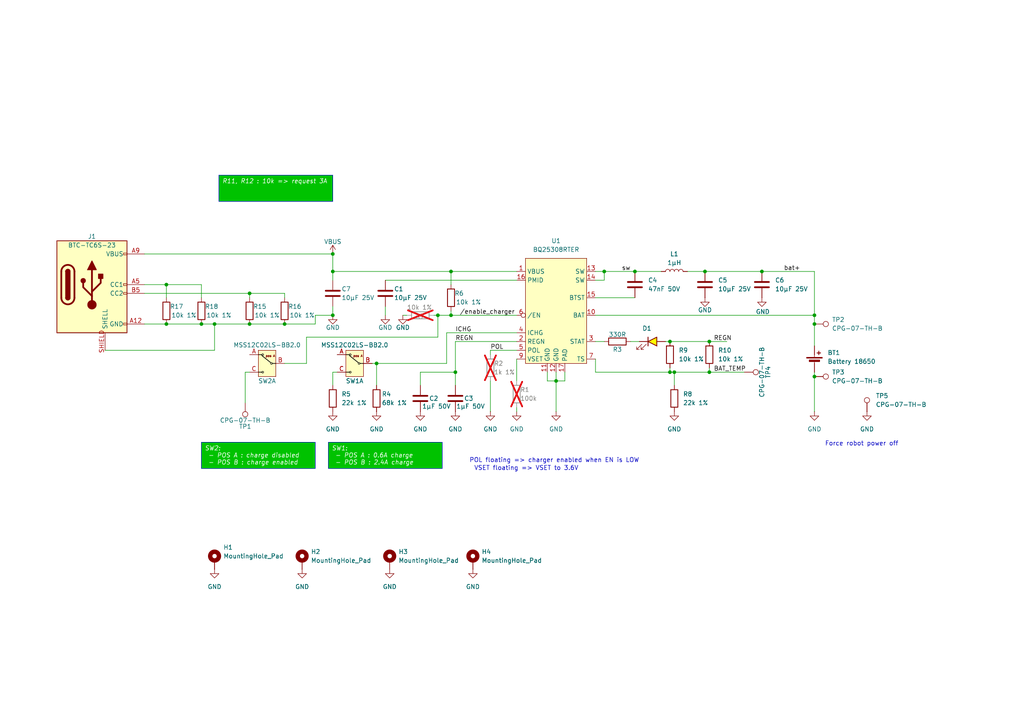
<source format=kicad_sch>
(kicad_sch (version 20231120) (generator "eeschema") (generator_version "8.0")
  (paper "A4")
  (lib_symbols
    (symbol "Mechanical:MountingHole_Pad" (pin_numbers hide) (pin_names (offset 1.016) hide) (exclude_from_sim yes) (in_bom no)
      (property "Reference" "H" (at 0 6.35 0))
      (property "Value" "MountingHole_Pad" (at 0 4.445 0))
      (symbol "MountingHole_Pad_0_1"
        (circle (center 0 1.27) (radius 1.27) (stroke (width 1.27)))
      )
      (symbol "MountingHole_Pad_1_1"
        (pin input line (at 0 -2.54 90) (length 2.54) (name "1") (number "1"))
      )
    )
    (symbol "cocotter_capacitors:C_10µF_25V_0805_X5R" (pin_numbers hide) (pin_names (offset 0.254))
      (property "Reference" "C" (at 0.635 2.54 0))
      (property "Value" "10µF 25V" (at 0.635 -2.54 0))
      (symbol "C_10µF_25V_0805_X5R_0_1"
        (polyline (pts (xy -2.032 -0.762) (xy 2.032 -0.762)) (stroke (width 0.508)))
        (polyline (pts (xy -2.032 0.762) (xy 2.032 0.762)) (stroke (width 0.508)))
      )
      (symbol "C_10µF_25V_0805_X5R_1_1"
        (pin passive line (at 0 3.81 270) (length 2.794) (name "~") (number "1"))
        (pin passive line (at 0 -3.81 90) (length 2.794) (name "~") (number "2"))
      )
    )
    (symbol "cocotter_capacitors:C_1µF_50V_0805" (pin_numbers hide) (pin_names (offset 0.254))
      (property "Reference" "C" (at 0.635 2.54 0))
      (property "Value" "1µF 50V" (at 0.635 -2.54 0))
      (symbol "C_1µF_50V_0805_0_1"
        (polyline (pts (xy -2.032 -0.762) (xy 2.032 -0.762)) (stroke (width 0.508)))
        (polyline (pts (xy -2.032 0.762) (xy 2.032 0.762)) (stroke (width 0.508)))
      )
      (symbol "C_1µF_50V_0805_1_1"
        (pin passive line (at 0 3.81 270) (length 2.794) (name "~") (number "1"))
        (pin passive line (at 0 -3.81 90) (length 2.794) (name "~") (number "2"))
      )
    )
    (symbol "cocotter_capacitors:C_47nF_50V_0603" (pin_numbers hide) (pin_names (offset 0.254))
      (property "Reference" "C" (at 0.635 2.54 0))
      (property "Value" "47nF 50V" (at 0.635 -2.54 0))
      (symbol "C_47nF_50V_0603_0_1"
        (polyline (pts (xy -2.032 -0.762) (xy 2.032 -0.762)) (stroke (width 0.508)))
        (polyline (pts (xy -2.032 0.762) (xy 2.032 0.762)) (stroke (width 0.508)))
      )
      (symbol "C_47nF_50V_0603_1_1"
        (pin passive line (at 0 3.81 270) (length 2.794) (name "~") (number "1"))
        (pin passive line (at 0 -3.81 90) (length 2.794) (name "~") (number "2"))
      )
    )
    (symbol "cocotter_connectors:BTC-TC6S-23" (pin_names (offset 1.016))
      (property "Reference" "J" (at -2.032 15.748 0))
      (property "Value" "BTC-TC6S-23" (at 11.43 13.97 0))
      (symbol "BTC-TC6S-23_0_0"
        (rectangle (start 10.16 -11.176) (end 9.144 -11.684))
        (rectangle (start 10.16 -2.286) (end 9.144 -2.794))
        (rectangle (start 10.16 0.254) (end 9.144 -0.254))
        (rectangle (start 10.16 9.144) (end 9.144 8.636))
      )
      (symbol "BTC-TC6S-23_0_1"
        (rectangle (start -10.16 12.7) (end 10.16 -13.97) (stroke (width 0.254)) (fill (type background)))
        (arc (start -8.89 -3.81) (mid -6.985 -5.7067) (end -5.08 -3.81) (stroke (width 0.508)))
        (arc (start -7.62 -3.81) (mid -6.985 -4.4423) (end -6.35 -3.81) (stroke (width 0.254)))
        (arc (start -7.62 -3.81) (mid -6.985 -4.4423) (end -6.35 -3.81) (stroke (width 0.254)) (fill (type outline)))
        (rectangle (start -7.62 -3.81) (end -6.35 3.81) (stroke (width 0.254)) (fill (type outline)))
        (arc (start -6.35 3.81) (mid -6.985 4.4423) (end -7.62 3.81) (stroke (width 0.254)))
        (arc (start -6.35 3.81) (mid -6.985 4.4423) (end -7.62 3.81) (stroke (width 0.254)) (fill (type outline)))
        (arc (start -5.08 3.81) (mid -6.985 5.7067) (end -8.89 3.81) (stroke (width 0.508)))
        (circle (center -2.54 1.143) (radius 0.635) (stroke (width 0.254)) (fill (type outline)))
        (circle (center 0 -5.842) (radius 1.27) (fill (type outline)))
        (polyline (pts (xy -8.89 -3.81) (xy -8.89 3.81)) (stroke (width 0.508)))
        (polyline (pts (xy -5.08 3.81) (xy -5.08 -3.81)) (stroke (width 0.508)))
        (polyline (pts (xy 0 -5.842) (xy 0 4.318)) (stroke (width 0.508)))
        (polyline (pts (xy 0 -3.302) (xy -2.54 -0.762) (xy -2.54 0.508)) (stroke (width 0.508)))
        (polyline (pts (xy 0 -2.032) (xy 2.54 0.508) (xy 2.54 1.778)) (stroke (width 0.508)))
        (polyline (pts (xy -1.27 4.318) (xy 0 6.858) (xy 1.27 4.318) (xy -1.27 4.318)) (stroke (width 0.254)) (fill (type outline)))
        (rectangle (start 1.905 1.778) (end 3.175 3.048) (stroke (width 0.254)) (fill (type outline)))
      )
      (symbol "BTC-TC6S-23_1_1"
        (pin passive line (at 15.24 -11.43 180) (length 5.08) (name "GND") (number "A12"))
        (pin bidirectional line (at 15.24 0 180) (length 5.08) (name "CC1") (number "A5"))
        (pin passive line (at 15.24 8.89 180) (length 5.08) (name "VBUS") (number "A9"))
        (pin passive line (at 15.24 -11.43 180) (length 5.08) hide (name "GND") (number "B12"))
        (pin bidirectional line (at 15.24 -2.54 180) (length 5.08) (name "CC2") (number "B5"))
        (pin passive line (at 15.24 8.89 180) (length 5.08) hide (name "VBUS") (number "B9"))
        (pin passive line (at 3.81 -19.05 90) (length 5.08) (name "SHELL") (number "SHIELD"))
      )
    )
    (symbol "cocotter_connectors:MSS12C02LS-BB2.0" (pin_names hide)
      (property "Reference" "SW" (at 0 4.572 0))
      (property "Value" "MSS12C02LS-BB2.0" (at 2.54 -5.08 0))
      (symbol "MSS12C02LS-BB2.0_0_1"
        (text "pos A" (at 0.9192 2.1909 0) (effects (font (size 0.635 0.635) (italic yes))))
      )
      (symbol "MSS12C02LS-BB2.0_1_1"
        (rectangle (start -2.54 3.81) (end 2.54 -3.81) (fill (type background)))
        (circle (center -1.27 -2.54) (radius 0.254) (stroke (width 0) (color 0 0 0 1)))
        (circle (center -1.27 2.54) (radius 0.254) (stroke (width 0) (color 0 0 0 1)))
        (polyline (pts (xy -2.54 -2.54) (xy -1.524 -2.54)) (stroke (width 0.2) (color 0 0 0 1)))
        (polyline (pts (xy -2.54 2.54) (xy -1.524 2.54)) (stroke (width 0.2) (color 0 0 0 1)))
        (polyline (pts (xy 1.016 0.254) (xy -1.524 2.286)) (stroke (width 0.2) (color 0 0 0 1)))
        (polyline (pts (xy 1.524 0) (xy 2.54 0)) (stroke (width 0.2) (color 0 0 0 1)))
        (circle (center 1.27 0) (radius 0.254) (stroke (width 0) (color 0 0 0 1)))
        (pin passive line (at -5.08 2.54 0) (length 2.54) (name "") (number "A"))
        (pin passive line (at 5.08 0 180) (length 2.54) (name "") (number "B"))
        (pin passive line (at -5.08 -2.54 0) (length 2.54) (name "") (number "C"))
      )
      (symbol "MSS12C02LS-BB2.0_2_1"
        (rectangle (start -2.54 3.81) (end 2.54 -3.81) (fill (type background)))
        (circle (center -1.27 -2.54) (radius 0.254) (stroke (width 0) (color 0 0 0 1)))
        (circle (center -1.27 2.54) (radius 0.254) (stroke (width 0) (color 0 0 0 1)))
        (polyline (pts (xy -2.54 -2.54) (xy -1.524 -2.54)) (stroke (width 0.2) (color 0 0 0 1)))
        (polyline (pts (xy -2.54 2.54) (xy -1.524 2.54)) (stroke (width 0.2) (color 0 0 0 1)))
        (polyline (pts (xy 1.016 0.254) (xy -1.524 2.286)) (stroke (width 0.2) (color 0 0 0 1)))
        (polyline (pts (xy 1.524 0) (xy 2.54 0)) (stroke (width 0.2) (color 0 0 0 1)))
        (circle (center 0 8.89) (radius 0.0001))
        (circle (center 1.27 0) (radius 0.254) (stroke (width 0) (color 0 0 0 1)))
        (pin passive line (at -5.08 2.54 0) (length 2.54) (name "") (number "D"))
        (pin passive line (at 5.08 0 180) (length 2.54) (name "") (number "E"))
        (pin passive line (at -5.08 -2.54 0) (length 2.54) (name "") (number "F"))
      )
    )
    (symbol "cocotter_diodes:yellow_led_0805" (pin_numbers hide) (pin_names (offset 1.016) hide)
      (property "Reference" "D" (at 0 2.54 0))
      (symbol "yellow_led_0805_0_1"
        (polyline (pts (xy -1.27 -1.27) (xy -1.27 1.27)) (stroke (width 0.254)))
        (polyline (pts (xy -3.048 -0.762) (xy -4.572 -2.286) (xy -3.81 -2.286) (xy -4.572 -2.286) (xy -4.572 -1.524)))
        (polyline (pts (xy -1.778 -0.762) (xy -3.302 -2.286) (xy -2.54 -2.286) (xy -3.302 -2.286) (xy -3.302 -1.524)))
      )
      (symbol "yellow_led_0805_1_1"
        (polyline (pts (xy 1.27 -1.27) (xy 1.27 1.27) (xy -1.27 0) (xy 1.27 -1.27)) (stroke (width 0.254)) (fill (type color) (color 255 255 0 1)))
        (pin passive line (at 3.81 0 180) (length 2.54) (name "A") (number "A"))
        (pin passive line (at -3.81 0 0) (length 2.54) (name "C") (number "C"))
      )
    )
    (symbol "cocotter_ic:BQ25308RTER"
      (property "Reference" "U" (at 3.81 17.78 0))
      (property "Value" "BQ25308RTER" (at 11.176 -15.494 0))
      (symbol "BQ25308RTER_1_0"
        (pin no_connect line (at 0 15.24 90) (length 2.54) hide (name "NC") (number "8"))
      )
      (symbol "BQ25308RTER_1_1"
        (rectangle (start -8.89 16.51) (end 8.89 -13.97) (fill (type background)))
        (pin power_in line (at -11.43 12.7 0) (length 2.54) (name "VBUS") (number "1"))
        (pin input line (at 11.43 0 180) (length 2.54) (name "BAT") (number "10"))
        (pin passive line (at -2.54 -16.51 90) (length 2.54) (name "GND") (number "11"))
        (pin passive line (at 0 -16.51 90) (length 2.54) (name "GND") (number "12"))
        (pin input line (at 11.43 12.7 180) (length 2.54) (name "SW") (number "13"))
        (pin input line (at 11.43 10.16 180) (length 2.54) (name "SW") (number "14"))
        (pin output line (at 11.43 5.08 180) (length 2.54) (name "BTST") (number "15"))
        (pin input line (at -11.43 10.16 0) (length 2.54) (name "PMID") (number "16"))
        (pin passive line (at 2.54 -16.51 90) (length 2.54) (name "PAD") (number "17"))
        (pin output line (at -11.43 -7.62 0) (length 2.54) (name "REGN") (number "2"))
        (pin open_collector line (at 11.43 -7.62 180) (length 2.54) (name "STAT") (number "3"))
        (pin input line (at -11.43 -5.08 0) (length 2.54) (name "ICHG") (number "4"))
        (pin input line (at -11.43 -10.16 0) (length 2.54) (name "POL") (number "5"))
        (pin input inverted (at -11.43 0 0) (length 2.54) (name "/EN") (number "6"))
        (pin input line (at 11.43 -12.7 180) (length 2.54) (name "TS") (number "7"))
        (pin input line (at -11.43 -12.7 0) (length 2.54) (name "VSET") (number "9"))
      )
    )
    (symbol "cocotter_inductors:SPM4020T-1R0M-LR" (pin_numbers hide) (pin_names (offset 0) hide)
      (property "Reference" "L" (at 1.524 3.556 0))
      (property "Value" "1µH" (at 4.064 -1.778 0))
      (property "Footprint" "cocotter_inductors:SPM4020T" (at 0 0 0))
      (symbol "SPM4020T-1R0M-LR_0_1"
        (arc (start 0 -2.54) (mid 0.6323 -1.905) (end 0 -1.27))
        (arc (start 0 -1.27) (mid 0.6323 -0.635) (end 0 0))
        (arc (start 0 0) (mid 0.6323 0.635) (end 0 1.27))
        (arc (start 0 1.27) (mid 0.6323 1.905) (end 0 2.54))
      )
      (symbol "SPM4020T-1R0M-LR_1_1"
        (pin passive line (at 0 3.81 270) (length 1.27) (name "1") (number "1"))
        (pin passive line (at 0 -3.81 90) (length 1.27) (name "2") (number "2"))
      )
    )
    (symbol "cocotter_others:Battery_Cell-18650" (pin_numbers hide) (pin_names (offset 0) hide) (in_bom no)
      (property "Reference" "BT" (at 2.54 2.54 0))
      (property "Value" "Battery 18650" (at 2.54 0 0))
      (symbol "Battery_Cell-18650_0_1"
        (rectangle (start -2.286 1.778) (end 2.286 1.524) (fill (type outline)))
        (rectangle (start -1.524 1.016) (end 1.524 0.508) (fill (type outline)))
        (polyline (pts (xy 0 0.762) (xy 0 0)))
        (polyline (pts (xy 0 1.778) (xy 0 2.54)))
        (polyline (pts (xy 0.762 3.048) (xy 1.778 3.048)) (stroke (width 0.254)))
        (polyline (pts (xy 1.27 3.556) (xy 1.27 2.54)) (stroke (width 0.254)))
      )
      (symbol "Battery_Cell-18650_1_1"
        (pin passive line (at 0 5.08 270) (length 2.54) (name "+") (number "1"))
        (pin passive line (at 0 -2.54 90) (length 2.54) (name "-") (number "2"))
      )
    )
    (symbol "cocotter_others:CPG-07-TH-B" (pin_numbers hide) (pin_names (offset 0.762) hide) (in_bom no)
      (property "Reference" "TP" (at 0 6.858 0))
      (property "Value" "CPG-07-TH-B" (at 0 5.08 0))
      (symbol "CPG-07-TH-B_0_1"
        (circle (center 0 3.302) (radius 0.762))
      )
      (symbol "CPG-07-TH-B_1_1"
        (pin passive line (at 0 0 90) (length 2.54) (name "1") (number "1"))
      )
    )
    (symbol "cocotter_resistors:R_100k_0603_1%" (pin_numbers hide) (pin_names (offset 0))
      (property "Reference" "R" (at 1.27 1.27 0))
      (property "Value" "100k" (at 3.81 -1.27 0))
      (symbol "R_100k_0603_1%_0_1"
        (rectangle (start -1.016 -2.54) (end 1.016 2.54) (stroke (width 0.254)))
      )
      (symbol "R_100k_0603_1%_1_1"
        (pin passive line (at 0 3.81 270) (length 1.27) (name "~") (number "1"))
        (pin passive line (at 0 -3.81 90) (length 1.27) (name "~") (number "2"))
      )
    )
    (symbol "cocotter_resistors:R_10k_0603_1%" (pin_numbers hide) (pin_names (offset 0))
      (property "Reference" "R" (at 1.27 1.27 0))
      (property "Value" "10k 1%" (at 3.81 -1.27 0))
      (symbol "R_10k_0603_1%_0_1"
        (rectangle (start -1.016 -2.54) (end 1.016 2.54) (stroke (width 0.254)))
      )
      (symbol "R_10k_0603_1%_1_1"
        (pin passive line (at 0 3.81 270) (length 1.27) (name "~") (number "1"))
        (pin passive line (at 0 -3.81 90) (length 1.27) (name "~") (number "2"))
      )
    )
    (symbol "cocotter_resistors:R_1k_0603_1%" (pin_numbers hide) (pin_names (offset 0))
      (property "Reference" "R" (at 1.27 1.27 0))
      (property "Value" "1k 1%" (at 3.81 -1.27 0))
      (symbol "R_1k_0603_1%_0_1"
        (rectangle (start -1.016 -2.54) (end 1.016 2.54) (stroke (width 0.254)))
      )
      (symbol "R_1k_0603_1%_1_1"
        (pin passive line (at 0 3.81 270) (length 1.27) (name "~") (number "1"))
        (pin passive line (at 0 -3.81 90) (length 1.27) (name "~") (number "2"))
      )
    )
    (symbol "cocotter_resistors:R_22k_0603_1%" (pin_numbers hide) (pin_names (offset 0))
      (property "Reference" "R" (at 1.27 1.27 0))
      (property "Value" "22k 1%" (at 5.08 -1.778 0))
      (symbol "R_22k_0603_1%_0_1"
        (rectangle (start -1.016 -2.54) (end 1.016 2.54) (stroke (width 0.254)))
      )
      (symbol "R_22k_0603_1%_1_1"
        (pin passive line (at 0 3.81 270) (length 1.27) (name "~") (number "1"))
        (pin passive line (at 0 -3.81 90) (length 1.27) (name "~") (number "2"))
      )
    )
    (symbol "cocotter_resistors:R_330R_0603_1%" (pin_numbers hide) (pin_names (offset 0))
      (property "Reference" "R" (at 1.27 1.27 0))
      (property "Value" "330R" (at 3.81 -1.27 0))
      (symbol "R_330R_0603_1%_0_1"
        (rectangle (start -1.016 -2.54) (end 1.016 2.54) (stroke (width 0.254)))
      )
      (symbol "R_330R_0603_1%_1_1"
        (pin passive line (at 0 3.81 270) (length 1.27) (name "~") (number "1"))
        (pin passive line (at 0 -3.81 90) (length 1.27) (name "~") (number "2"))
      )
    )
    (symbol "cocotter_resistors:R_68k_0603_1%" (pin_numbers hide) (pin_names (offset 0))
      (property "Reference" "R" (at 1.27 1.27 0))
      (property "Value" "68k 1%" (at 3.81 -1.27 0))
      (symbol "R_68k_0603_1%_0_1"
        (rectangle (start -1.016 -2.54) (end 1.016 2.54) (stroke (width 0.254)))
      )
      (symbol "R_68k_0603_1%_1_1"
        (pin passive line (at 0 3.81 270) (length 1.27) (name "~") (number "1"))
        (pin passive line (at 0 -3.81 90) (length 1.27) (name "~") (number "2"))
      )
    )
    (symbol "power:GND" (power) (pin_numbers hide) (pin_names (offset 0) hide)
      (property "Value" "GND" (at 0 -3.81 0))
      (symbol "GND_0_1"
        (polyline (pts (xy 0 0) (xy 0 -1.27) (xy 1.27 -1.27) (xy 0 -2.54) (xy -1.27 -1.27) (xy 0 -1.27)))
      )
      (symbol "GND_1_1"
        (pin power_in line (at 0 0 270) (length 0) (name "~") (number "1"))
      )
    )
    (symbol "power:VBUS" (power) (pin_numbers hide) (pin_names (offset 0) hide)
      (property "Value" "VBUS" (at 0 3.556 0))
      (symbol "VBUS_0_1"
        (polyline (pts (xy -0.762 1.27) (xy 0 2.54)))
        (polyline (pts (xy 0 0) (xy 0 2.54)))
        (polyline (pts (xy 0 2.54) (xy 0.762 1.27)))
      )
      (symbol "VBUS_1_1"
        (pin power_in line (at 0 0 90) (length 0) (name "~") (number "1"))
      )
    )
  )
  (junction (at 96.52 73.66))
  (junction (at 127 91.44))
  (junction (at 220.98 78.74))
  (junction (at 109.22 105.41))
  (junction (at 204.47 78.74))
  (junction (at 96.52 78.74))
  (junction (at 236.22 91.44))
  (junction (at 132.08 107.95))
  (junction (at 205.74 107.95))
  (junction (at 184.15 78.74))
  (junction (at 161.29 110.49))
  (junction (at 130.81 91.44))
  (junction (at 58.42 93.98))
  (junction (at 175.26 78.74))
  (junction (at 236.22 93.98))
  (junction (at 194.31 107.95))
  (junction (at 195.58 107.95))
  (junction (at 72.39 93.98))
  (junction (at 236.22 109.22))
  (junction (at 48.26 93.98))
  (junction (at 96.52 91.44))
  (junction (at 72.39 85.09))
  (junction (at 130.81 78.74))
  (junction (at 62.23 93.98))
  (junction (at 194.31 99.06))
  (junction (at 82.55 93.98))
  (junction (at 205.74 99.06))
  (junction (at 48.26 82.55))
  (wire (pts (xy 96.52 88.9) (xy 96.52 91.44)))
  (wire (pts (xy 41.91 73.66) (xy 96.52 73.66)))
  (wire (pts (xy 149.86 118.11) (xy 149.86 119.38)))
  (wire (pts (xy 142.24 119.38) (xy 142.24 110.49)))
  (wire (pts (xy 62.23 101.6) (xy 62.23 93.98)))
  (wire (pts (xy 71.12 107.95) (xy 72.39 107.95)))
  (wire (pts (xy 116.84 91.44) (xy 118.11 91.44)))
  (wire (pts (xy 132.08 99.06) (xy 132.08 107.95)))
  (wire (pts (xy 111.76 81.28) (xy 149.86 81.28)))
  (wire (pts (xy 130.81 91.44) (xy 130.81 90.17)))
  (wire (pts (xy 172.72 104.14) (xy 172.72 107.95)))
  (wire (pts (xy 158.75 107.95) (xy 158.75 110.49)))
  (wire (pts (xy 149.86 110.49) (xy 149.86 104.14)))
  (wire (pts (xy 172.72 99.06) (xy 175.26 99.06)))
  (wire (pts (xy 149.86 101.6) (xy 142.24 101.6)))
  (wire (pts (xy 129.54 105.41) (xy 129.54 96.52)))
  (wire (pts (xy 205.74 107.95) (xy 215.9 107.95)))
  (wire (pts (xy 109.22 105.41) (xy 109.22 111.76)))
  (wire (pts (xy 127 97.79) (xy 127 91.44)))
  (wire (pts (xy 91.44 91.44) (xy 91.44 93.98)))
  (wire (pts (xy 72.39 93.98) (xy 62.23 93.98)))
  (wire (pts (xy 121.92 107.95) (xy 132.08 107.95)))
  (wire (pts (xy 130.81 91.44) (xy 149.86 91.44)))
  (wire (pts (xy 48.26 82.55) (xy 48.26 86.36)))
  (wire (pts (xy 220.98 78.74) (xy 236.22 78.74)))
  (wire (pts (xy 161.29 110.49) (xy 163.83 110.49)))
  (wire (pts (xy 41.91 85.09) (xy 72.39 85.09)))
  (wire (pts (xy 195.58 107.95) (xy 195.58 111.76)))
  (wire (pts (xy 96.52 111.76) (xy 96.52 107.95)))
  (wire (pts (xy 172.72 86.36) (xy 184.15 86.36)))
  (wire (pts (xy 172.72 91.44) (xy 236.22 91.44)))
  (wire (pts (xy 91.44 91.44) (xy 96.52 91.44)))
  (wire (pts (xy 194.31 106.68) (xy 194.31 107.95)))
  (wire (pts (xy 96.52 78.74) (xy 96.52 81.28)))
  (wire (pts (xy 204.47 78.74) (xy 220.98 78.74)))
  (wire (pts (xy 91.44 93.98) (xy 82.55 93.98)))
  (wire (pts (xy 96.52 78.74) (xy 130.81 78.74)))
  (wire (pts (xy 96.52 107.95) (xy 97.79 107.95)))
  (wire (pts (xy 130.81 78.74) (xy 149.86 78.74)))
  (wire (pts (xy 236.22 93.98) (xy 236.22 100.33)))
  (wire (pts (xy 30.48 101.6) (xy 62.23 101.6)))
  (wire (pts (xy 184.15 78.74) (xy 191.77 78.74)))
  (wire (pts (xy 129.54 96.52) (xy 149.86 96.52)))
  (wire (pts (xy 41.91 93.98) (xy 48.26 93.98)))
  (wire (pts (xy 130.81 78.74) (xy 130.81 82.55)))
  (wire (pts (xy 195.58 107.95) (xy 205.74 107.95)))
  (wire (pts (xy 194.31 107.95) (xy 195.58 107.95)))
  (wire (pts (xy 121.92 111.76) (xy 121.92 107.95)))
  (wire (pts (xy 236.22 91.44) (xy 236.22 93.98)))
  (wire (pts (xy 199.39 78.74) (xy 204.47 78.74)))
  (wire (pts (xy 161.29 110.49) (xy 161.29 119.38)))
  (wire (pts (xy 127 91.44) (xy 130.81 91.44)))
  (wire (pts (xy 161.29 110.49) (xy 161.29 107.95)))
  (wire (pts (xy 158.75 110.49) (xy 161.29 110.49)))
  (wire (pts (xy 205.74 99.06) (xy 210.82 99.06)))
  (wire (pts (xy 132.08 107.95) (xy 132.08 111.76)))
  (wire (pts (xy 72.39 86.36) (xy 72.39 85.09)))
  (wire (pts (xy 82.55 86.36) (xy 82.55 85.09)))
  (wire (pts (xy 149.86 99.06) (xy 132.08 99.06)))
  (wire (pts (xy 182.88 99.06) (xy 185.42 99.06)))
  (wire (pts (xy 142.24 101.6) (xy 142.24 102.87)))
  (wire (pts (xy 109.22 105.41) (xy 129.54 105.41)))
  (wire (pts (xy 172.72 81.28) (xy 175.26 81.28)))
  (wire (pts (xy 175.26 78.74) (xy 172.72 78.74)))
  (wire (pts (xy 58.42 82.55) (xy 58.42 86.36)))
  (wire (pts (xy 205.74 106.68) (xy 205.74 107.95)))
  (wire (pts (xy 88.9 105.41) (xy 88.9 97.79)))
  (wire (pts (xy 175.26 81.28) (xy 175.26 78.74)))
  (wire (pts (xy 125.73 91.44) (xy 127 91.44)))
  (wire (pts (xy 236.22 109.22) (xy 236.22 119.38)))
  (wire (pts (xy 236.22 78.74) (xy 236.22 91.44)))
  (wire (pts (xy 48.26 93.98) (xy 58.42 93.98)))
  (wire (pts (xy 88.9 97.79) (xy 127 97.79)))
  (wire (pts (xy 48.26 82.55) (xy 58.42 82.55)))
  (wire (pts (xy 175.26 78.74) (xy 184.15 78.74)))
  (wire (pts (xy 107.95 105.41) (xy 109.22 105.41)))
  (wire (pts (xy 194.31 99.06) (xy 205.74 99.06)))
  (wire (pts (xy 82.55 105.41) (xy 88.9 105.41)))
  (wire (pts (xy 71.12 116.84) (xy 71.12 107.95)))
  (wire (pts (xy 41.91 82.55) (xy 48.26 82.55)))
  (wire (pts (xy 163.83 107.95) (xy 163.83 110.49)))
  (wire (pts (xy 236.22 107.95) (xy 236.22 109.22)))
  (wire (pts (xy 111.76 88.9) (xy 111.76 91.44)))
  (wire (pts (xy 172.72 107.95) (xy 194.31 107.95)))
  (wire (pts (xy 82.55 93.98) (xy 72.39 93.98)))
  (wire (pts (xy 58.42 93.98) (xy 62.23 93.98)))
  (wire (pts (xy 72.39 85.09) (xy 82.55 85.09)))
  (wire (pts (xy 193.04 99.06) (xy 194.31 99.06)))
  (wire (pts (xy 96.52 73.66) (xy 96.52 78.74)))
  (text_box "SW2:\n - POS A : charge disabled\n - POS B : charge enabled" (at 58.42 128.27 0) (size 33.02 7.62) (fill (type color) (color 0 194 0 1)) (effects (font (size 1.27 1.27) (italic yes)) (justify left top)))
  (text_box "R11, R12 : 10k => request 3A" (at 63.5 50.8 0) (size 33.02 7.62) (fill (type color) (color 0 194 0 1)) (effects (font (size 1.27 1.27) (italic yes)) (justify left top)))
  (text_box "SW1:\n - POS A : 0.6A charge\n - POS B : 2.4A charge" (at 95.25 128.27 0) (size 33.02 7.62) (fill (type color) (color 0 194 0 1)) (effects (font (size 1.27 1.27) (italic yes)) (justify left top)))
  (text "VSET floating => VSET to 3.6V" (at 152.654 135.89 0) (effects (font (size 1.27 1.27))))
  (text "Force robot power off" (at 249.936 128.778 0) (effects (font (size 1.27 1.27))))
  (text "POL floating => charger enabled when EN is LOW" (at 160.782 133.604 0) (effects (font (size 1.27 1.27))))
  (label "POL" (at 142.24 101.6 0))
  (label "ICHG" (at 132.08 96.52 0))
  (label "sw" (at 180.34 78.74 0))
  (label "BAT_TEMP" (at 207.01 107.95 0))
  (label "bat+" (at 227.33 78.74 0))
  (label "REGN" (at 132.08 99.06 0))
  (label "{slash}enable_charger" (at 133.35 91.44 0))
  (label "REGN" (at 207.01 99.06 0))
  (symbol (lib_id "cocotter_capacitors:C_10µF_25V_0805_X5R") (at 111.76 85.09 0) (unit 1)
    (property "Reference" "C1" (at 114.3 83.82 0) (effects (justify left)))
    (property "Value" "10µF 25V" (at 114.3 86.36 0) (effects (justify left)))
    (property "Footprint" "cocotter_capacitors:C_0805_2012Metric" (effects (hide yes)))
    (property "Description" "Unpolarized capacitor" (effects (hide yes)))
    (property "Specification" "10µF 25V X7R 0805 " (effects (hide yes)))
    (property "JLCPCB" "C15850" (effects (hide yes)))
  )
  (symbol (lib_id "cocotter_resistors:R_10k_0603_1%") (at 121.92 91.44 90) (unit 1) (dnp yes)
    (property "Reference" "R7" (at 123.19 91.694 90) (effects (justify left)))
    (property "Value" "10k 1%" (at 121.666 89.154 90))
    (property "Footprint" "cocotter_resistor:r0603_reflow" (effects (hide yes)))
    (property "Description" "Resistor" (effects (hide yes)))
    (property "Specification" "10k 0603 1% 100mW" (effects (hide yes)))
    (property "mouser" "603-RC0603FR-10100KL" (effects (hide yes)))
    (property "JLCPCB" "C25804" (effects (hide yes)))
  )
  (symbol (lib_id "Mechanical:MountingHole_Pad") (at 113.03 162.56 0) (unit 1) (exclude_from_sim yes) (in_bom no)
    (property "Reference" "H3" (at 115.57 160.0199 0) (effects (justify left)))
    (property "Value" "MountingHole_Pad" (at 115.57 162.5599 0) (effects (justify left)))
    (property "Footprint" "cocotter_others:MountingHole_2.1mm" (effects (hide yes)))
    (property "Description" "Mounting Hole with connection" (effects (hide yes)))
  )
  (symbol (lib_id "cocotter_resistors:R_10k_0603_1%") (at 58.42 90.17 0) (unit 1)
    (property "Reference" "R18" (at 59.436 88.9 0) (effects (justify left)))
    (property "Value" "10k 1%" (at 63.5 91.44 0))
    (property "Footprint" "cocotter_resistor:r0603_reflow" (effects (hide yes)))
    (property "Description" "Resistor" (effects (hide yes)))
    (property "Specification" "10k 0603 1% 100mW" (effects (hide yes)))
    (property "mouser" "603-RC0603FR-10100KL" (effects (hide yes)))
    (property "JLCPCB" "C25804" (effects (hide yes)))
  )
  (symbol (lib_id "power:GND") (at 161.29 119.38 0) (unit 1)
    (property "Reference" "#PWR01" (effects (hide yes)))
    (property "Value" "GND" (at 161.29 124.46 0))
    (property "Description" "Power symbol creates a global label with name \"GND\" , ground" (effects (hide yes)))
  )
  (symbol (lib_id "cocotter_resistors:R_1k_0603_1%") (at 142.24 106.68 0) (unit 1) (dnp yes)
    (property "Reference" "R2" (at 143.256 105.41 0) (effects (justify left)))
    (property "Value" "1k 1%" (at 143.256 107.95 0) (effects (justify left)))
    (property "Footprint" "cocotter_resistor:r0603_reflow" (effects (hide yes)))
    (property "Description" "Resistor" (effects (hide yes)))
    (property "Specification" "10k 0603 1% 100mW" (effects (hide yes)))
    (property "mouser" "603-RC0603FR-10100KL" (effects (hide yes)))
    (property "JLCPCB" "C2991540" (effects (hide yes)))
  )
  (symbol (lib_id "cocotter_resistors:R_100k_0603_1%") (at 149.86 114.3 0) (unit 1) (dnp yes)
    (property "Reference" "R1" (at 150.876 113.03 0) (effects (justify left)))
    (property "Value" "100k" (at 150.876 115.57 0) (effects (justify left)))
    (property "Footprint" "cocotter_resistor:r0603_reflow" (effects (hide yes)))
    (property "Description" "Resistor" (effects (hide yes)))
    (property "Specification" "100k 0603 1% 100mW" (effects (hide yes)))
    (property "mouser" "603-RC0603FR-10100KL" (effects (hide yes)))
    (property "JLCPCB" "C25803" (effects (hide yes)))
  )
  (symbol (lib_id "cocotter_resistors:R_22k_0603_1%") (at 96.52 115.57 0) (unit 1)
    (property "Reference" "R5" (at 99.06 114.2999 0) (effects (justify left)))
    (property "Value" "22k 1%" (at 99.06 116.8399 0) (effects (justify left)))
    (property "Footprint" "cocotter_resistor:r0603_reflow" (effects (hide yes)))
    (property "Description" "Resistor" (effects (hide yes)))
    (property "Specification" "22k 0603 1% 100mW" (effects (hide yes)))
  )
  (symbol (lib_id "power:GND") (at 121.92 119.38 0) (unit 1)
    (property "Reference" "#PWR07" (effects (hide yes)))
    (property "Value" "GND" (at 121.92 124.46 0))
    (property "Description" "Power symbol creates a global label with name \"GND\" , ground" (effects (hide yes)))
  )
  (symbol (lib_id "power:GND") (at 113.03 165.1 0) (unit 1)
    (property "Reference" "#PWR019" (effects (hide yes)))
    (property "Value" "GND" (at 113.03 170.18 0))
    (property "Description" "Power symbol creates a global label with name \"GND\" , ground" (effects (hide yes)))
  )
  (symbol (lib_id "cocotter_resistors:R_10k_0603_1%") (at 48.26 90.17 0) (unit 1)
    (property "Reference" "R17" (at 49.276 88.9 0) (effects (justify left)))
    (property "Value" "10k 1%" (at 53.34 91.44 0))
    (property "Footprint" "cocotter_resistor:r0603_reflow" (effects (hide yes)))
    (property "Description" "Resistor" (effects (hide yes)))
    (property "Specification" "10k 0603 1% 100mW" (effects (hide yes)))
    (property "mouser" "603-RC0603FR-10100KL" (effects (hide yes)))
    (property "JLCPCB" "C25804" (effects (hide yes)))
  )
  (symbol (lib_id "cocotter_connectors:MSS12C02LS-BB2.0") (at 77.47 105.41 0) (unit 1)
    (property "Reference" "SW2" (at 77.47 110.49 0))
    (property "Value" "MSS12C02LS-BB2.0" (at 77.47 100.076 0))
    (property "Footprint" "cocotter_connectors:MSS12C02LS-BB2.0" (effects (hide yes)))
    (property "Datasheet" "https://www.mouser.fr/datasheet/2/910/606_MSS614-1571571.pdf" (effects (hide yes)))
    (property "Description" "100mA max, 12Vdc, 10000 cycles" (effects (hide yes)))
    (property "JLCPCB" "C3008585" (effects (hide yes)))
  )
  (symbol (lib_id "power:VBUS") (at 96.52 73.66 0) (unit 1)
    (property "Reference" "#PWR02" (effects (hide yes)))
    (property "Value" "VBUS" (at 96.52 70.104 0))
    (property "Description" "Power symbol creates a global label with name \"VBUS\"" (effects (hide yes)))
  )
  (symbol (lib_id "power:GND") (at 204.47 86.36 0) (unit 1)
    (property "Reference" "#PWR011" (effects (hide yes)))
    (property "Value" "GND" (at 204.47 89.916 0))
    (property "Description" "Power symbol creates a global label with name \"GND\" , ground" (effects (hide yes)))
  )
  (symbol (lib_id "cocotter_ic:BQ25308RTER") (at 161.29 91.44 0) (unit 1)
    (property "Reference" "U1" (at 161.29 69.85 0))
    (property "Value" "BQ25308RTER" (at 161.29 72.39 0))
    (property "Footprint" "cocotter_ic:RTE0016C" (effects (hide yes)))
    (property "Datasheet" "https://www.ti.com/lit/ds/symlink/bq25308.pdf?ts=1715811599438" (effects (hide yes)))
    (property "Description" "Standalone 1-Cell, 17V, 3.0A Battery Charger with Dead Battery Charge Inhibit" (effects (hide yes)))
  )
  (symbol (lib_id "power:GND") (at 251.46 119.38 0) (unit 1)
    (property "Reference" "#PWR015" (effects (hide yes)))
    (property "Value" "GND" (at 251.46 124.46 0))
    (property "Description" "Power symbol creates a global label with name \"GND\" , ground" (effects (hide yes)))
  )
  (symbol (lib_id "power:GND") (at 142.24 119.38 0) (unit 1)
    (property "Reference" "#PWR05" (effects (hide yes)))
    (property "Value" "GND" (at 142.24 124.46 0))
    (property "Description" "Power symbol creates a global label with name \"GND\" , ground" (effects (hide yes)))
  )
  (symbol (lib_id "cocotter_resistors:R_68k_0603_1%") (at 109.22 115.57 0) (unit 1)
    (property "Reference" "R4" (at 110.744 114.3 0) (effects (justify left)))
    (property "Value" "68k 1%" (at 110.744 116.84 0) (effects (justify left)))
    (property "Footprint" "cocotter_resistor:r0603_reflow" (effects (hide yes)))
    (property "Description" "Resistor" (effects (hide yes)))
    (property "Specification" "68k 0603 1% 100mW" (effects (hide yes)))
    (property "JLCPCB" "C23231" (effects (hide yes)))
  )
  (symbol (lib_id "power:GND") (at 236.22 119.38 0) (unit 1)
    (property "Reference" "#PWR010" (effects (hide yes)))
    (property "Value" "GND" (at 236.22 124.46 0))
    (property "Description" "Power symbol creates a global label with name \"GND\" , ground" (effects (hide yes)))
  )
  (symbol (lib_id "cocotter_connectors:MSS12C02LS-BB2.0") (at 102.87 105.41 0) (unit 1)
    (property "Reference" "SW1" (at 102.87 110.49 0))
    (property "Value" "MSS12C02LS-BB2.0" (at 102.87 100.076 0))
    (property "Footprint" "cocotter_connectors:MSS12C02LS-BB2.0" (effects (hide yes)))
    (property "Datasheet" "https://www.mouser.fr/datasheet/2/910/606_MSS614-1571571.pdf" (effects (hide yes)))
    (property "Description" "100mA max, 12Vdc, 10000 cycles" (effects (hide yes)))
    (property "JLCPCB" "C3008585" (effects (hide yes)))
  )
  (symbol (lib_id "Mechanical:MountingHole_Pad") (at 62.23 162.56 0) (unit 1) (exclude_from_sim yes) (in_bom no)
    (property "Reference" "H1" (at 64.77 158.7499 0) (effects (justify left)))
    (property "Value" "MountingHole_Pad" (at 64.77 161.2899 0) (effects (justify left)))
    (property "Footprint" "cocotter_others:MountingHole_2.1mm" (effects (hide yes)))
    (property "Description" "Mounting Hole with connection" (effects (hide yes)))
  )
  (symbol (lib_id "cocotter_capacitors:C_1µF_50V_0805") (at 132.08 115.57 0) (unit 1)
    (property "Reference" "C3" (at 134.62 115.57 0) (effects (justify left)))
    (property "Value" "1µF 50V" (at 132.334 117.856 0) (effects (justify left)))
    (property "Footprint" "cocotter_capacitors:C_0805_2012Metric" (effects (hide yes)))
    (property "Description" "Unpolarized capacitor X7R " (effects (hide yes)))
    (property "Specification" "1µF 50V X7R 0805 " (effects (hide yes)))
    (property "JLCPCB" "C28323" (effects (hide yes)))
  )
  (symbol (lib_id "cocotter_capacitors:C_10µF_25V_0805_X5R") (at 204.47 82.55 0) (unit 1)
    (property "Reference" "C5" (at 208.28 81.2799 0) (effects (justify left)))
    (property "Value" "10µF 25V" (at 208.28 83.8199 0) (effects (justify left)))
    (property "Footprint" "cocotter_capacitors:C_0805_2012Metric" (effects (hide yes)))
    (property "Description" "Unpolarized capacitor" (effects (hide yes)))
    (property "Specification" "10µF 25V X7R 0805 " (effects (hide yes)))
    (property "JLCPCB" "C15850" (effects (hide yes)))
  )
  (symbol (lib_id "Mechanical:MountingHole_Pad") (at 87.63 162.56 0) (unit 1) (exclude_from_sim yes) (in_bom no)
    (property "Reference" "H2" (at 90.17 160.0199 0) (effects (justify left)))
    (property "Value" "MountingHole_Pad" (at 90.17 162.5599 0) (effects (justify left)))
    (property "Footprint" "cocotter_others:MountingHole_2.1mm" (effects (hide yes)))
    (property "Description" "Mounting Hole with connection" (effects (hide yes)))
  )
  (symbol (lib_id "cocotter_others:Battery_Cell-18650") (at 236.22 105.41 0) (unit 1) (in_bom no) (on_board no)
    (property "Reference" "BT1" (at 240.03 102.2984 0) (effects (justify left)))
    (property "Value" "Battery 18650" (at 240.03 104.8384 0) (effects (justify left)))
    (property "Description" "Single-cell battery 18650 size" (effects (hide yes)))
  )
  (symbol (lib_id "cocotter_connectors:BTC-TC6S-23") (at 26.67 82.55 0) (unit 1)
    (property "Reference" "J1" (at 26.67 68.58 0))
    (property "Value" "BTC-TC6S-23" (at 26.67 71.12 0))
    (property "Footprint" "cocotter_connectors:BTC-TC6S-23" (effects (hide yes)))
    (property "Datasheet" "https://www.usb.org/sites/default/files/documents/usb_type-c.zip" (effects (hide yes)))
    (property "Description" "USB-C receptacle, SMD, 5A" (effects (hide yes)))
    (property "JLCPCB" "C2908210" (effects (hide yes)))
  )
  (symbol (lib_id "cocotter_resistors:R_330R_0603_1%") (at 179.07 99.06 90) (unit 1)
    (property "Reference" "R3" (at 179.07 101.346 90))
    (property "Value" "330R" (at 179.07 97.028 90))
    (property "Footprint" "cocotter_resistor:r0603_reflow" (effects (hide yes)))
    (property "Description" "Resistor" (effects (hide yes)))
    (property "Specification" "330R 0603 1% 100mW" (effects (hide yes)))
    (property "JLCPCB" "C23138" (effects (hide yes)))
  )
  (symbol (lib_id "cocotter_others:CPG-07-TH-B") (at 236.22 109.22 270) (unit 1) (in_bom no)
    (property "Reference" "TP3" (at 241.3 107.9499 90) (effects (justify left)))
    (property "Value" "CPG-07-TH-B" (at 241.3 110.4899 90) (effects (justify left)))
    (property "Footprint" "cocotter_others:CPG-07-TH-B" (effects (hide yes)))
    (property "Description" "test point" (effects (hide yes)))
  )
  (symbol (lib_id "power:GND") (at 220.98 86.36 0) (unit 1)
    (property "Reference" "#PWR012" (effects (hide yes)))
    (property "Value" "GND" (at 221.234 90.424 0))
    (property "Description" "Power symbol creates a global label with name \"GND\" , ground" (effects (hide yes)))
  )
  (symbol (lib_id "cocotter_capacitors:C_47nF_50V_0603") (at 184.15 82.55 0) (unit 1)
    (property "Reference" "C4" (at 187.96 81.2799 0) (effects (justify left)))
    (property "Value" "47nF 50V" (at 187.96 83.8199 0) (effects (justify left)))
    (property "Footprint" "cocotter_capacitors:C_0603_1608Metric" (effects (hide yes)))
    (property "Description" "Unpolarized capacitor tol +/-10%" (effects (hide yes)))
    (property "Specification" "47nF 50V X7R 0603 " (effects (hide yes)))
    (property "JLCPCB" "C107079 " (effects (hide yes)))
  )
  (symbol (lib_id "cocotter_resistors:R_22k_0603_1%") (at 195.58 115.57 0) (unit 1)
    (property "Reference" "R8" (at 198.12 114.2999 0) (effects (justify left)))
    (property "Value" "22k 1%" (at 198.12 116.8399 0) (effects (justify left)))
    (property "Footprint" "cocotter_resistor:r0603_reflow" (effects (hide yes)))
    (property "Description" "Resistor" (effects (hide yes)))
    (property "Specification" "22k 0603 1% 100mW" (effects (hide yes)))
  )
  (symbol (lib_id "power:GND") (at 137.16 165.1 0) (unit 1)
    (property "Reference" "#PWR020" (effects (hide yes)))
    (property "Value" "GND" (at 137.16 170.18 0))
    (property "Description" "Power symbol creates a global label with name \"GND\" , ground" (effects (hide yes)))
  )
  (symbol (lib_id "cocotter_resistors:R_10k_0603_1%") (at 72.39 90.17 0) (unit 1)
    (property "Reference" "R15" (at 73.406 88.9 0) (effects (justify left)))
    (property "Value" "10k 1%" (at 77.47 91.44 0))
    (property "Footprint" "cocotter_resistor:r0603_reflow" (effects (hide yes)))
    (property "Description" "Resistor" (effects (hide yes)))
    (property "Specification" "10k 0603 1% 100mW" (effects (hide yes)))
    (property "mouser" "603-RC0603FR-10100KL" (effects (hide yes)))
    (property "JLCPCB" "C25804" (effects (hide yes)))
  )
  (symbol (lib_id "power:GND") (at 132.08 119.38 0) (unit 1)
    (property "Reference" "#PWR06" (effects (hide yes)))
    (property "Value" "GND" (at 132.08 124.46 0))
    (property "Description" "Power symbol creates a global label with name \"GND\" , ground" (effects (hide yes)))
  )
  (symbol (lib_id "power:GND") (at 195.58 119.38 0) (unit 1)
    (property "Reference" "#PWR014" (effects (hide yes)))
    (property "Value" "GND" (at 195.58 124.46 0))
    (property "Description" "Power symbol creates a global label with name \"GND\" , ground" (effects (hide yes)))
  )
  (symbol (lib_id "cocotter_capacitors:C_10µF_25V_0805_X5R") (at 96.52 85.09 0) (unit 1)
    (property "Reference" "C7" (at 99.06 83.82 0) (effects (justify left)))
    (property "Value" "10µF 25V" (at 99.06 86.36 0) (effects (justify left)))
    (property "Footprint" "cocotter_capacitors:C_0805_2012Metric" (effects (hide yes)))
    (property "Description" "Unpolarized capacitor" (effects (hide yes)))
    (property "Specification" "10µF 25V X7R 0805 " (effects (hide yes)))
    (property "JLCPCB" "C15850" (effects (hide yes)))
  )
  (symbol (lib_id "power:GND") (at 87.63 165.1 0) (unit 1)
    (property "Reference" "#PWR018" (effects (hide yes)))
    (property "Value" "GND" (at 87.63 170.18 0))
    (property "Description" "Power symbol creates a global label with name \"GND\" , ground" (effects (hide yes)))
  )
  (symbol (lib_id "cocotter_others:CPG-07-TH-B") (at 251.46 119.38 0) (unit 1) (in_bom no)
    (property "Reference" "TP5" (at 254 114.8079 0) (effects (justify left)))
    (property "Value" "CPG-07-TH-B" (at 254 117.3479 0) (effects (justify left)))
    (property "Footprint" "cocotter_others:CPG-07-TH-B" (effects (hide yes)))
    (property "Description" "test point" (effects (hide yes)))
  )
  (symbol (lib_id "cocotter_resistors:R_10k_0603_1%") (at 205.74 102.87 0) (unit 1)
    (property "Reference" "R10" (at 208.28 101.5999 0) (effects (justify left)))
    (property "Value" "10k 1%" (at 208.28 104.1399 0) (effects (justify left)))
    (property "Footprint" "cocotter_resistor:r0603_reflow" (effects (hide yes)))
    (property "Description" "Resistor" (effects (hide yes)))
    (property "Specification" "10k 0603 1% 100mW" (effects (hide yes)))
    (property "mouser" "603-RC0603FR-10100KL" (effects (hide yes)))
    (property "JLCPCB" "C25804" (effects (hide yes)))
  )
  (symbol (lib_id "cocotter_resistors:R_10k_0603_1%") (at 130.81 86.36 0) (unit 1)
    (property "Reference" "R6" (at 131.826 85.09 0) (effects (justify left)))
    (property "Value" "10k 1%" (at 135.89 87.63 0))
    (property "Footprint" "cocotter_resistor:r0603_reflow" (effects (hide yes)))
    (property "Description" "Resistor" (effects (hide yes)))
    (property "Specification" "10k 0603 1% 100mW" (effects (hide yes)))
    (property "mouser" "603-RC0603FR-10100KL" (effects (hide yes)))
    (property "JLCPCB" "C25804" (effects (hide yes)))
  )
  (symbol (lib_id "power:GND") (at 111.76 91.44 0) (unit 1)
    (property "Reference" "#PWR03" (effects (hide yes)))
    (property "Value" "GND" (at 111.76 94.996 0))
    (property "Description" "Power symbol creates a global label with name \"GND\" , ground" (effects (hide yes)))
  )
  (symbol (lib_id "cocotter_resistors:R_10k_0603_1%") (at 82.55 90.17 0) (unit 1)
    (property "Reference" "R16" (at 83.566 88.9 0) (effects (justify left)))
    (property "Value" "10k 1%" (at 87.63 91.44 0))
    (property "Footprint" "cocotter_resistor:r0603_reflow" (effects (hide yes)))
    (property "Description" "Resistor" (effects (hide yes)))
    (property "Specification" "10k 0603 1% 100mW" (effects (hide yes)))
    (property "mouser" "603-RC0603FR-10100KL" (effects (hide yes)))
    (property "JLCPCB" "C25804" (effects (hide yes)))
  )
  (symbol (lib_id "power:GND") (at 96.52 119.38 0) (unit 1)
    (property "Reference" "#PWR09" (effects (hide yes)))
    (property "Value" "GND" (at 96.52 124.46 0))
    (property "Description" "Power symbol creates a global label with name \"GND\" , ground" (effects (hide yes)))
  )
  (symbol (lib_id "cocotter_resistors:R_10k_0603_1%") (at 194.31 102.87 0) (unit 1)
    (property "Reference" "R9" (at 196.85 101.5999 0) (effects (justify left)))
    (property "Value" "10k 1%" (at 196.85 104.1399 0) (effects (justify left)))
    (property "Footprint" "cocotter_resistor:r0603_reflow" (effects (hide yes)))
    (property "Description" "Resistor" (effects (hide yes)))
    (property "Specification" "10k 0603 1% 100mW" (effects (hide yes)))
    (property "mouser" "603-RC0603FR-10100KL" (effects (hide yes)))
    (property "JLCPCB" "C25804" (effects (hide yes)))
  )
  (symbol (lib_id "cocotter_others:CPG-07-TH-B") (at 236.22 93.98 270) (unit 1) (in_bom no)
    (property "Reference" "TP2" (at 241.3 92.7099 90) (effects (justify left)))
    (property "Value" "CPG-07-TH-B" (at 241.3 95.2499 90) (effects (justify left)))
    (property "Footprint" "cocotter_others:CPG-07-TH-B" (effects (hide yes)))
    (property "Description" "test point" (effects (hide yes)))
  )
  (symbol (lib_id "power:GND") (at 109.22 119.38 0) (unit 1)
    (property "Reference" "#PWR08" (effects (hide yes)))
    (property "Value" "GND" (at 109.22 124.46 0))
    (property "Description" "Power symbol creates a global label with name \"GND\" , ground" (effects (hide yes)))
  )
  (symbol (lib_id "Mechanical:MountingHole_Pad") (at 137.16 162.56 0) (unit 1) (exclude_from_sim yes) (in_bom no)
    (property "Reference" "H4" (at 139.7 160.0199 0) (effects (justify left)))
    (property "Value" "MountingHole_Pad" (at 139.7 162.5599 0) (effects (justify left)))
    (property "Footprint" "cocotter_others:MountingHole_2.1mm" (effects (hide yes)))
    (property "Description" "Mounting Hole with connection" (effects (hide yes)))
  )
  (symbol (lib_id "power:GND") (at 149.86 119.38 0) (unit 1)
    (property "Reference" "#PWR04" (effects (hide yes)))
    (property "Value" "GND" (at 149.86 124.46 0))
    (property "Description" "Power symbol creates a global label with name \"GND\" , ground" (effects (hide yes)))
  )
  (symbol (lib_id "cocotter_diodes:yellow_led_0805") (at 189.23 99.06 0) (unit 1)
    (property "Reference" "D1" (at 187.6425 95.25 0))
    (property "Value" "yellow, 0805" (effects (hide yes)))
    (property "Footprint" "cocotter_diodes:LED_0805_2012Metric" (effects (hide yes)))
    (property "Description" "Light emitting diode, Yellow, Vf=[2V; 2.4V]" (effects (hide yes)))
    (property "DIGIKEY_REF" "150060YS55040" (effects (hide yes)))
  )
  (symbol (lib_id "power:GND") (at 116.84 91.44 0) (unit 1)
    (property "Reference" "#PWR013" (effects (hide yes)))
    (property "Value" "GND" (at 116.84 94.996 0))
    (property "Description" "Power symbol creates a global label with name \"GND\" , ground" (effects (hide yes)))
  )
  (symbol (lib_id "cocotter_others:CPG-07-TH-B") (at 215.9 107.95 270) (unit 1) (in_bom no)
    (property "Reference" "TP4" (at 222.758 107.95 0))
    (property "Value" "CPG-07-TH-B" (at 220.98 107.95 0))
    (property "Footprint" "cocotter_others:CPG-07-TH-B" (effects (hide yes)))
    (property "Description" "test point" (effects (hide yes)))
  )
  (symbol (lib_id "power:GND") (at 96.52 91.44 0) (unit 1)
    (property "Reference" "#PWR016" (effects (hide yes)))
    (property "Value" "GND" (at 96.52 94.996 0))
    (property "Description" "Power symbol creates a global label with name \"GND\" , ground" (effects (hide yes)))
  )
  (symbol (lib_id "cocotter_others:CPG-07-TH-B") (at 71.12 116.84 180) (unit 1) (in_bom no)
    (property "Reference" "TP1" (at 71.12 123.698 0))
    (property "Value" "CPG-07-TH-B" (at 71.12 121.92 0))
    (property "Footprint" "cocotter_others:CPG-07-TH-B" (effects (hide yes)))
    (property "Description" "test point" (effects (hide yes)))
  )
  (symbol (lib_id "cocotter_inductors:SPM4020T-1R0M-LR") (at 195.58 78.74 90) (unit 1)
    (property "Reference" "L1" (at 195.58 73.66 90))
    (property "Value" "1µH" (at 195.58 76.2 90))
    (property "Footprint" "cocotter_inductors:SPM4020T" (effects (hide yes)))
    (property "Datasheet" "https://product.tdk.com/system/files/dam/doc/product/inductor/inductor/smd/catalog/inductor_commercial_power_spm4020-lr_en.pdf" (effects (hide yes)))
    (property "Description" "1 µH, Idc 5.6A, Isat 9.0A, DCR 28.1 mOhms" (effects (hide yes)))
    (property "JLCPCB" "C434834" (effects (hide yes)))
    (property "MOUSER" "SPM4020T-1R0M-LR" (effects (hide yes)))
  )
  (symbol (lib_id "power:GND") (at 62.23 165.1 0) (unit 1)
    (property "Reference" "#PWR017" (effects (hide yes)))
    (property "Value" "GND" (at 62.23 170.18 0))
    (property "Description" "Power symbol creates a global label with name \"GND\" , ground" (effects (hide yes)))
  )
  (symbol (lib_id "cocotter_capacitors:C_1µF_50V_0805") (at 121.92 115.57 0) (unit 1)
    (property "Reference" "C2" (at 124.46 115.57 0) (effects (justify left)))
    (property "Value" "1µF 50V" (at 122.428 117.856 0) (effects (justify left)))
    (property "Footprint" "cocotter_capacitors:C_0805_2012Metric" (effects (hide yes)))
    (property "Description" "Unpolarized capacitor X7R " (effects (hide yes)))
    (property "Specification" "1µF 50V X7R 0805 " (effects (hide yes)))
    (property "JLCPCB" "C28323" (effects (hide yes)))
  )
  (symbol (lib_id "cocotter_capacitors:C_10µF_25V_0805_X5R") (at 220.98 82.55 0) (unit 1)
    (property "Reference" "C6" (at 224.79 81.2799 0) (effects (justify left)))
    (property "Value" "10µF 25V" (at 224.79 83.8199 0) (effects (justify left)))
    (property "Footprint" "cocotter_capacitors:C_0805_2012Metric" (effects (hide yes)))
    (property "Description" "Unpolarized capacitor" (effects (hide yes)))
    (property "Specification" "10µF 25V X7R 0805 " (effects (hide yes)))
    (property "JLCPCB" "C15850" (effects (hide yes)))
  )
)
</source>
